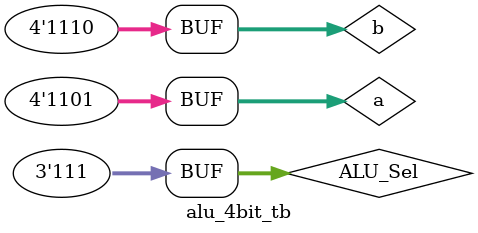
<source format=v>
module alu_4bit_tb;

  reg [3:0] a;
  reg [3:0] b;
  reg [2:0] ALU_Sel;
  wire [3:0] ALU_Result;
  wire Zero;
  wire Carry;
  wire Overflow;

  alu_4bit dut (
    .a(a),
    .b(b),
    .ALU_Sel(ALU_Sel),
    .ALU_Result(ALU_Result),
    .Zero(Zero),
    .Carry(Carry),
    .Overflow(Overflow)
  );

  initial begin
    $monitor("Time: %t, a: %h, b: %h, ALU_Sel: %h, ALU_Result: %h, Zero: %b, Carry: %b, Overflow: %b", $time, a, b, ALU_Sel, ALU_Result, Zero, Carry, Overflow);
    a = 4'b0011;
    b = 4'b1010;
    ALU_Sel = 3'b000;
    #10;
    a = 4'b1111;
    b = 4'b0001;
    ALU_Sel = 3'b001;
    #10;
    a = 4'b1010;
    b = 4'b0101;
    ALU_Sel = 3'b010;
    #10;
    a = 4'b0110;
    b = 4'b1001;
    ALU_Sel = 3'b011;
    #10;
    a = 4'b0001;
    b = 4'b1110;
    ALU_Sel = 3'b100;
    #10;
    a = 4'b1011;
    ALU_Sel = 3'b101;
    #10;
    a = 4'b0100;
    ALU_Sel = 3'b110;
    #10;
    a = 4'b1101;
    ALU_Sel = 3'b111;
    #10;
  end

endmodule
</source>
